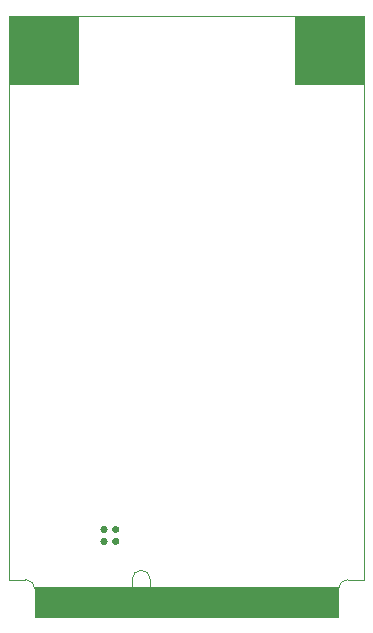
<source format=gbr>
G04 #@! TF.GenerationSoftware,KiCad,Pcbnew,(5.1.6)-1*
G04 #@! TF.CreationDate,2020-07-22T16:21:09+02:00*
G04 #@! TF.ProjectId,BRD-00008-X01,4252442d-3030-4303-9038-2d5830312e6b,X01*
G04 #@! TF.SameCoordinates,Original*
G04 #@! TF.FileFunction,Soldermask,Bot*
G04 #@! TF.FilePolarity,Negative*
%FSLAX46Y46*%
G04 Gerber Fmt 4.6, Leading zero omitted, Abs format (unit mm)*
G04 Created by KiCad (PCBNEW (5.1.6)-1) date 2020-07-22 16:21:09*
%MOMM*%
%LPD*%
G01*
G04 APERTURE LIST*
%ADD10C,0.100000*%
G04 #@! TA.AperFunction,Profile*
%ADD11C,0.010000*%
G04 #@! TD*
G04 APERTURE END LIST*
D10*
G36*
X163500000Y-85300000D02*
G01*
X157700000Y-85300000D01*
X157700000Y-79500000D01*
X163500000Y-79500000D01*
X163500000Y-85300000D01*
G37*
X163500000Y-85300000D02*
X157700000Y-85300000D01*
X157700000Y-79500000D01*
X163500000Y-79500000D01*
X163500000Y-85300000D01*
G36*
X139300000Y-85300000D02*
G01*
X133500000Y-85300000D01*
X133500000Y-79500000D01*
X139300000Y-79500000D01*
X139300000Y-85300000D01*
G37*
X139300000Y-85300000D02*
X133500000Y-85300000D01*
X133500000Y-79500000D01*
X139300000Y-79500000D01*
X139300000Y-85300000D01*
D11*
X135650000Y-130450000D02*
X135650000Y-128050000D01*
X135650000Y-130450000D02*
X143900000Y-130450000D01*
X143900000Y-130450000D02*
X143900000Y-127200000D01*
X145400000Y-130450000D02*
X145400000Y-127200000D01*
X163500000Y-127250000D02*
X163500000Y-79500000D01*
X162150000Y-127250000D02*
X163500000Y-127250000D01*
X145400000Y-130450000D02*
X161350000Y-130450000D01*
X161350000Y-130450000D02*
X161350000Y-128050000D01*
X162150000Y-127250000D02*
G75*
G03*
X161350000Y-128050000I0J-800000D01*
G01*
X144650000Y-126450000D02*
G75*
G03*
X143900000Y-127200000I0J-750000D01*
G01*
X145400000Y-127200000D02*
G75*
G03*
X144650000Y-126450000I-750000J0D01*
G01*
X135650000Y-128050000D02*
G75*
G03*
X134850000Y-127250000I-800000J0D01*
G01*
X133500000Y-127250000D02*
X134850000Y-127250000D01*
X133500000Y-79500000D02*
X133500000Y-127250000D01*
X133500000Y-79500000D02*
X163500000Y-79500000D01*
D10*
G36*
X135650000Y-130450000D02*
G01*
X161350000Y-130450000D01*
X161350000Y-127850000D01*
X135650000Y-127850000D01*
X135650000Y-130450000D01*
G37*
X135650000Y-130450000D02*
X161350000Y-130450000D01*
X161350000Y-127850000D01*
X135650000Y-127850000D01*
X135650000Y-130450000D01*
G36*
X142564323Y-123706917D02*
G01*
X142587507Y-123711528D01*
X142642103Y-123734143D01*
X142691239Y-123766974D01*
X142733026Y-123808761D01*
X142765857Y-123857897D01*
X142788472Y-123912493D01*
X142788472Y-123912495D01*
X142800000Y-123970450D01*
X142800000Y-124029550D01*
X142793083Y-124064323D01*
X142788472Y-124087507D01*
X142765857Y-124142103D01*
X142733026Y-124191239D01*
X142691239Y-124233026D01*
X142642103Y-124265857D01*
X142587507Y-124288472D01*
X142564323Y-124293083D01*
X142529550Y-124300000D01*
X142470450Y-124300000D01*
X142435677Y-124293083D01*
X142412493Y-124288472D01*
X142357897Y-124265857D01*
X142308761Y-124233026D01*
X142266974Y-124191239D01*
X142234143Y-124142103D01*
X142211528Y-124087507D01*
X142206917Y-124064323D01*
X142200000Y-124029550D01*
X142200000Y-123970450D01*
X142211528Y-123912495D01*
X142211528Y-123912493D01*
X142234143Y-123857897D01*
X142266974Y-123808761D01*
X142308761Y-123766974D01*
X142357897Y-123734143D01*
X142412493Y-123711528D01*
X142435677Y-123706917D01*
X142470450Y-123700000D01*
X142529550Y-123700000D01*
X142564323Y-123706917D01*
G37*
G36*
X141564323Y-123706917D02*
G01*
X141587507Y-123711528D01*
X141642103Y-123734143D01*
X141691239Y-123766974D01*
X141733026Y-123808761D01*
X141765857Y-123857897D01*
X141788472Y-123912493D01*
X141788472Y-123912495D01*
X141800000Y-123970450D01*
X141800000Y-124029550D01*
X141793083Y-124064323D01*
X141788472Y-124087507D01*
X141765857Y-124142103D01*
X141733026Y-124191239D01*
X141691239Y-124233026D01*
X141642103Y-124265857D01*
X141587507Y-124288472D01*
X141564323Y-124293083D01*
X141529550Y-124300000D01*
X141470450Y-124300000D01*
X141435677Y-124293083D01*
X141412493Y-124288472D01*
X141357897Y-124265857D01*
X141308761Y-124233026D01*
X141266974Y-124191239D01*
X141234143Y-124142103D01*
X141211528Y-124087507D01*
X141206917Y-124064323D01*
X141200000Y-124029550D01*
X141200000Y-123970450D01*
X141211528Y-123912495D01*
X141211528Y-123912493D01*
X141234143Y-123857897D01*
X141266974Y-123808761D01*
X141308761Y-123766974D01*
X141357897Y-123734143D01*
X141412493Y-123711528D01*
X141435677Y-123706917D01*
X141470450Y-123700000D01*
X141529550Y-123700000D01*
X141564323Y-123706917D01*
G37*
G36*
X142564323Y-122706917D02*
G01*
X142587507Y-122711528D01*
X142642103Y-122734143D01*
X142691239Y-122766974D01*
X142733026Y-122808761D01*
X142765857Y-122857897D01*
X142788472Y-122912493D01*
X142788472Y-122912495D01*
X142800000Y-122970450D01*
X142800000Y-123029550D01*
X142793083Y-123064323D01*
X142788472Y-123087507D01*
X142765857Y-123142103D01*
X142733026Y-123191239D01*
X142691239Y-123233026D01*
X142642103Y-123265857D01*
X142587507Y-123288472D01*
X142564323Y-123293083D01*
X142529550Y-123300000D01*
X142470450Y-123300000D01*
X142435677Y-123293083D01*
X142412493Y-123288472D01*
X142357897Y-123265857D01*
X142308761Y-123233026D01*
X142266974Y-123191239D01*
X142234143Y-123142103D01*
X142211528Y-123087507D01*
X142206917Y-123064323D01*
X142200000Y-123029550D01*
X142200000Y-122970450D01*
X142211528Y-122912495D01*
X142211528Y-122912493D01*
X142234143Y-122857897D01*
X142266974Y-122808761D01*
X142308761Y-122766974D01*
X142357897Y-122734143D01*
X142412493Y-122711528D01*
X142435677Y-122706917D01*
X142470450Y-122700000D01*
X142529550Y-122700000D01*
X142564323Y-122706917D01*
G37*
G36*
X141564323Y-122706917D02*
G01*
X141587507Y-122711528D01*
X141642103Y-122734143D01*
X141691239Y-122766974D01*
X141733026Y-122808761D01*
X141765857Y-122857897D01*
X141788472Y-122912493D01*
X141788472Y-122912495D01*
X141800000Y-122970450D01*
X141800000Y-123029550D01*
X141793083Y-123064323D01*
X141788472Y-123087507D01*
X141765857Y-123142103D01*
X141733026Y-123191239D01*
X141691239Y-123233026D01*
X141642103Y-123265857D01*
X141587507Y-123288472D01*
X141564323Y-123293083D01*
X141529550Y-123300000D01*
X141470450Y-123300000D01*
X141435677Y-123293083D01*
X141412493Y-123288472D01*
X141357897Y-123265857D01*
X141308761Y-123233026D01*
X141266974Y-123191239D01*
X141234143Y-123142103D01*
X141211528Y-123087507D01*
X141206917Y-123064323D01*
X141200000Y-123029550D01*
X141200000Y-122970450D01*
X141211528Y-122912495D01*
X141211528Y-122912493D01*
X141234143Y-122857897D01*
X141266974Y-122808761D01*
X141308761Y-122766974D01*
X141357897Y-122734143D01*
X141412493Y-122711528D01*
X141435677Y-122706917D01*
X141470450Y-122700000D01*
X141529550Y-122700000D01*
X141564323Y-122706917D01*
G37*
G36*
X161387559Y-79803758D02*
G01*
X161878929Y-80007290D01*
X161878930Y-80007291D01*
X162321150Y-80302773D01*
X162697227Y-80678850D01*
X162697229Y-80678853D01*
X162992710Y-81121071D01*
X163196242Y-81612441D01*
X163300000Y-82134071D01*
X163300000Y-82665929D01*
X163196242Y-83187559D01*
X162992710Y-83678929D01*
X162992709Y-83678930D01*
X162697227Y-84121150D01*
X162321150Y-84497227D01*
X162321147Y-84497229D01*
X161878929Y-84792710D01*
X161387559Y-84996242D01*
X160865929Y-85100000D01*
X160334071Y-85100000D01*
X159812441Y-84996242D01*
X159321071Y-84792710D01*
X158878853Y-84497229D01*
X158878850Y-84497227D01*
X158502773Y-84121150D01*
X158207291Y-83678930D01*
X158207290Y-83678929D01*
X158003758Y-83187559D01*
X157900000Y-82665929D01*
X157900000Y-82134071D01*
X158003758Y-81612441D01*
X158207290Y-81121071D01*
X158502771Y-80678853D01*
X158502773Y-80678850D01*
X158878850Y-80302773D01*
X159321070Y-80007291D01*
X159321071Y-80007290D01*
X159812441Y-79803758D01*
X160334071Y-79700000D01*
X160865929Y-79700000D01*
X161387559Y-79803758D01*
G37*
G36*
X137187559Y-79803758D02*
G01*
X137678929Y-80007290D01*
X137678930Y-80007291D01*
X138121150Y-80302773D01*
X138497227Y-80678850D01*
X138497229Y-80678853D01*
X138792710Y-81121071D01*
X138996242Y-81612441D01*
X139100000Y-82134071D01*
X139100000Y-82665929D01*
X138996242Y-83187559D01*
X138792710Y-83678929D01*
X138792709Y-83678930D01*
X138497227Y-84121150D01*
X138121150Y-84497227D01*
X138121147Y-84497229D01*
X137678929Y-84792710D01*
X137187559Y-84996242D01*
X136665929Y-85100000D01*
X136134071Y-85100000D01*
X135612441Y-84996242D01*
X135121071Y-84792710D01*
X134678853Y-84497229D01*
X134678850Y-84497227D01*
X134302773Y-84121150D01*
X134007291Y-83678930D01*
X134007290Y-83678929D01*
X133803758Y-83187559D01*
X133700000Y-82665929D01*
X133700000Y-82134071D01*
X133803758Y-81612441D01*
X134007290Y-81121071D01*
X134302771Y-80678853D01*
X134302773Y-80678850D01*
X134678850Y-80302773D01*
X135121070Y-80007291D01*
X135121071Y-80007290D01*
X135612441Y-79803758D01*
X136134071Y-79700000D01*
X136665929Y-79700000D01*
X137187559Y-79803758D01*
G37*
M02*

</source>
